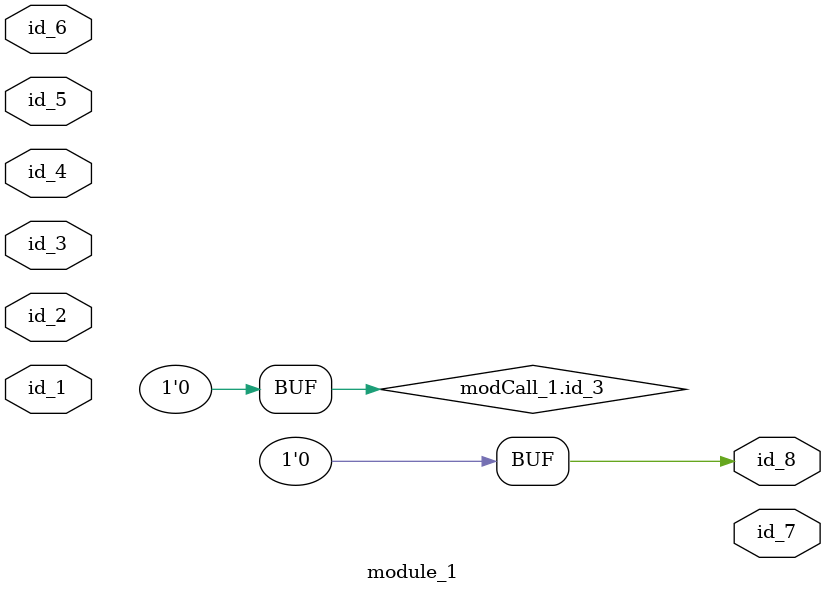
<source format=v>
module module_0 (
    id_1,
    id_2
);
  input wire id_2;
  input wire id_1;
  assign id_3 = 1;
endmodule
module module_1 (
    id_1,
    id_2,
    id_3,
    id_4,
    id_5,
    id_6,
    id_7,
    id_8
);
  output wire id_8;
  output wire id_7;
  input wire id_6;
  input wire id_5;
  input wire id_4;
  inout wire id_3;
  input wire id_2;
  inout wire id_1;
  wire id_9;
  module_0 modCall_1 (
      id_4,
      id_2
  );
  assign modCall_1.id_3 = 0;
  wire id_10;
  assign id_8 = 1'b0;
endmodule

</source>
